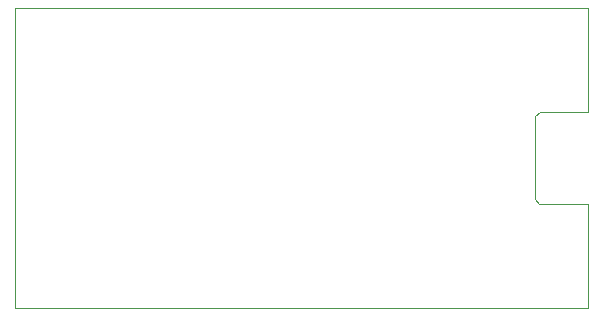
<source format=gko>
G04 Layer_Color=16711935*
%FSLAX43Y43*%
%MOMM*%
G71*
G01*
G75*
%ADD35C,0.100*%
D35*
X91568Y88340D02*
Y108660D01*
Y111300D02*
X91568Y111300D01*
X140100D01*
X140100Y111300D02*
X140100Y111300D01*
X140100Y102500D02*
Y111300D01*
X135982Y102500D02*
X140100D01*
X135600Y102118D02*
X135982Y102500D01*
X135600Y95082D02*
Y102118D01*
Y95082D02*
X135975Y94707D01*
X140093D01*
X140100Y94700D01*
Y85900D02*
Y94700D01*
Y85900D02*
X140100Y85900D01*
X91568D02*
X140100D01*
X91568D02*
Y88340D01*
X91568Y108660D02*
X91568D01*
X91568Y111300D02*
X91568D01*
X91568Y108660D02*
Y111300D01*
M02*

</source>
